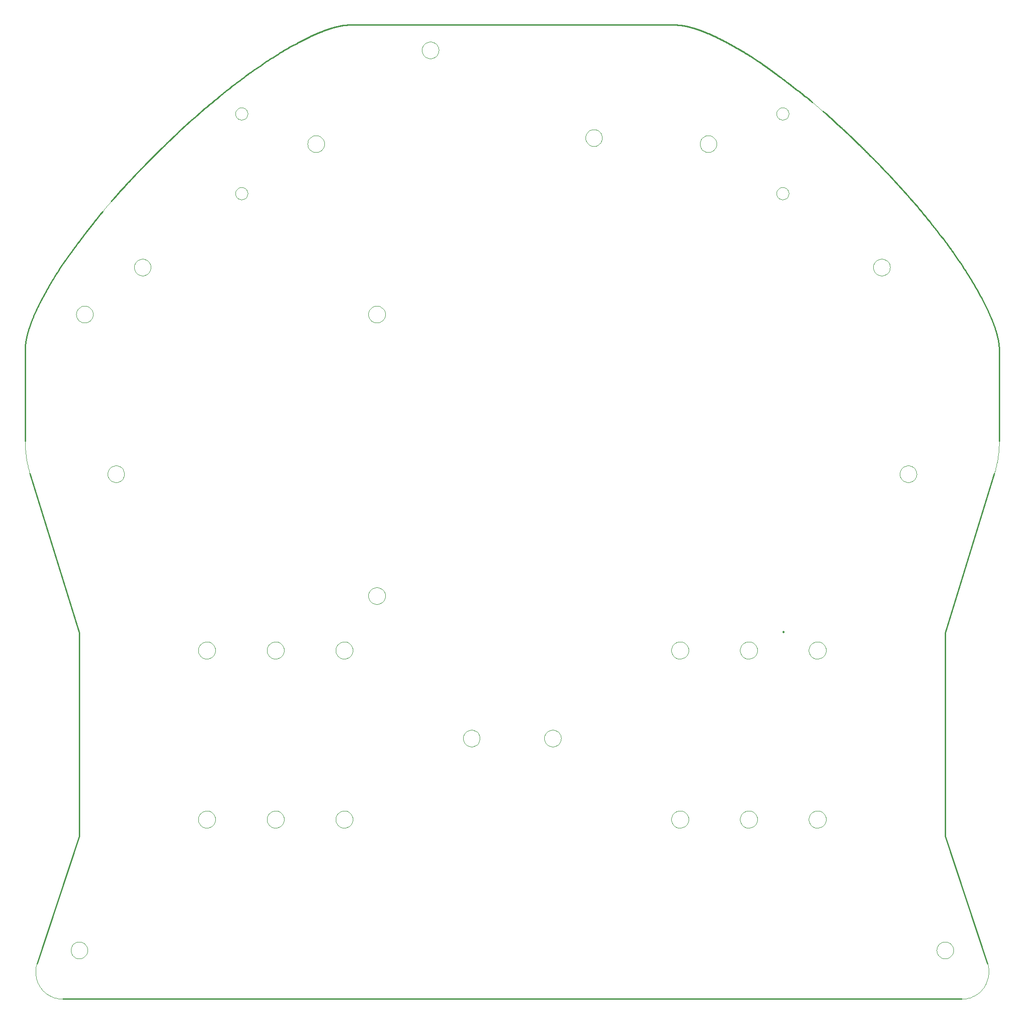
<source format=gm1>
G04*
G04 #@! TF.GenerationSoftware,Altium Limited,Altium Designer,18.0.7 (293)*
G04*
G04 Layer_Color=16711935*
%FSLAX25Y25*%
%MOIN*%
G70*
G01*
G75*
%ADD10C,0.00945*%
%ADD11C,0.01000*%
%ADD13C,0.00050*%
D10*
X552276Y396126D02*
X551567Y396535D01*
Y395717D01*
X552276Y396126D01*
X551567Y396535D01*
Y395717D01*
X552276Y396126D01*
D11*
X25Y534615D02*
Y601441D01*
X3550Y511320D02*
X39395Y395580D01*
Y247548D02*
Y395580D01*
X8623Y154889D02*
X39395Y247548D01*
X27305Y129000D02*
X681407D01*
X669316Y247548D02*
X700089Y154889D01*
X669316Y247548D02*
Y395580D01*
X705162Y511320D01*
X708686Y534615D02*
Y601441D01*
X708682Y601920D02*
X708686Y601441D01*
X708677Y602161D02*
X708682Y601920D01*
X708670Y602404D02*
X708677Y602161D01*
X708661Y602649D02*
X708670Y602404D01*
X708649Y602895D02*
X708661Y602649D01*
X708636Y603142D02*
X708649Y602895D01*
X708621Y603391D02*
X708636Y603142D01*
X708603Y603641D02*
X708621Y603391D01*
X708584Y603892D02*
X708603Y603641D01*
X708563Y604145D02*
X708584Y603892D01*
X708539Y604399D02*
X708563Y604145D01*
X708514Y604654D02*
X708539Y604399D01*
X708487Y604911D02*
X708514Y604654D01*
X708458Y605169D02*
X708487Y604911D01*
X708427Y605429D02*
X708458Y605169D01*
X708394Y605689D02*
X708427Y605429D01*
X708359Y605951D02*
X708394Y605689D01*
X708322Y606214D02*
X708359Y605951D01*
X708283Y606479D02*
X708322Y606214D01*
X708243Y606745D02*
X708283Y606479D01*
X708200Y607012D02*
X708243Y606745D01*
X708156Y607280D02*
X708200Y607012D01*
X708110Y607549D02*
X708156Y607280D01*
X708062Y607820D02*
X708110Y607549D01*
X708012Y608092D02*
X708062Y607820D01*
X707961Y608364D02*
X708012Y608092D01*
X707907Y608639D02*
X707961Y608364D01*
X707852Y608914D02*
X707907Y608639D01*
X707795Y609190D02*
X707852Y608914D01*
X707736Y609468D02*
X707795Y609190D01*
X707676Y609747D02*
X707736Y609468D01*
X707614Y610026D02*
X707676Y609747D01*
X707550Y610307D02*
X707614Y610026D01*
X707484Y610589D02*
X707550Y610307D01*
X707417Y610872D02*
X707484Y610589D01*
X707347Y611157D02*
X707417Y610872D01*
X707277Y611442D02*
X707347Y611157D01*
X707204Y611728D02*
X707277Y611442D01*
X707130Y612015D02*
X707204Y611728D01*
X707054Y612304D02*
X707130Y612015D01*
X706977Y612593D02*
X707054Y612304D01*
X706897Y612883D02*
X706977Y612593D01*
X706817Y613175D02*
X706897Y612883D01*
X706734Y613467D02*
X706817Y613175D01*
X706650Y613760D02*
X706734Y613467D01*
X706565Y614055D02*
X706650Y613760D01*
X706477Y614350D02*
X706565Y614055D01*
X706389Y614646D02*
X706477Y614350D01*
X706298Y614943D02*
X706389Y614646D01*
X706206Y615241D02*
X706298Y614943D01*
X706113Y615540D02*
X706206Y615241D01*
X706018Y615840D02*
X706113Y615540D01*
X705921Y616140D02*
X706018Y615840D01*
X705823Y616442D02*
X705921Y616140D01*
X705724Y616744D02*
X705823Y616442D01*
X705623Y617047D02*
X705724Y616744D01*
X705520Y617352D02*
X705623Y617047D01*
X705416Y617656D02*
X705520Y617352D01*
X705311Y617962D02*
X705416Y617656D01*
X705204Y618269D02*
X705311Y617962D01*
X705095Y618576D02*
X705204Y618269D01*
X704985Y618884D02*
X705095Y618576D01*
X704874Y619193D02*
X704985Y618884D01*
X704762Y619503D02*
X704874Y619193D01*
X704648Y619813D02*
X704762Y619503D01*
X704532Y620124D02*
X704648Y619813D01*
X704415Y620436D02*
X704532Y620124D01*
X704297Y620748D02*
X704415Y620436D01*
X704177Y621062D02*
X704297Y620748D01*
X704057Y621376D02*
X704177Y621062D01*
X703934Y621690D02*
X704057Y621376D01*
X703811Y622006D02*
X703934Y621690D01*
X703686Y622322D02*
X703811Y622006D01*
X703560Y622638D02*
X703686Y622322D01*
X703432Y622956D02*
X703560Y622638D01*
X703303Y623273D02*
X703432Y622956D01*
X703173Y623592D02*
X703303Y623273D01*
X703042Y623911D02*
X703173Y623592D01*
X702909Y624231D02*
X703042Y623911D01*
X702776Y624551D02*
X702909Y624231D01*
X702641Y624872D02*
X702776Y624551D01*
X702504Y625193D02*
X702641Y624872D01*
X702367Y625515D02*
X702504Y625193D01*
X702228Y625838D02*
X702367Y625515D01*
X702088Y626161D02*
X702228Y625838D01*
X701947Y626485D02*
X702088Y626161D01*
X701805Y626809D02*
X701947Y626485D01*
X701662Y627133D02*
X701805Y626809D01*
X701517Y627458D02*
X701662Y627133D01*
X701371Y627784D02*
X701517Y627458D01*
X701225Y628110D02*
X701371Y627784D01*
X701077Y628436D02*
X701225Y628110D01*
X700928Y628763D02*
X701077Y628436D01*
X700778Y629091D02*
X700928Y628763D01*
X700626Y629418D02*
X700778Y629091D01*
X700474Y629746D02*
X700626Y629418D01*
X700321Y630075D02*
X700474Y629746D01*
X700166Y630404D02*
X700321Y630075D01*
X700011Y630733D02*
X700166Y630404D01*
X699854Y631063D02*
X700011Y630733D01*
X699697Y631393D02*
X699854Y631063D01*
X699538Y631723D02*
X699697Y631393D01*
X699379Y632054D02*
X699538Y631723D01*
X699218Y632385D02*
X699379Y632054D01*
X699057Y632716D02*
X699218Y632385D01*
X698894Y633048D02*
X699057Y632716D01*
X698731Y633380D02*
X698894Y633048D01*
X698567Y633712D02*
X698731Y633380D01*
X698401Y634044D02*
X698567Y633712D01*
X698235Y634377D02*
X698401Y634044D01*
X698068Y634710D02*
X698235Y634377D01*
X697900Y635043D02*
X698068Y634710D01*
X697731Y635377D02*
X697900Y635043D01*
X697561Y635710D02*
X697731Y635377D01*
X697390Y636044D02*
X697561Y635710D01*
X697219Y636378D02*
X697390Y636044D01*
X697046Y636712D02*
X697219Y636378D01*
X696873Y637047D02*
X697046Y636712D01*
X696699Y637381D02*
X696873Y637047D01*
X696524Y637716D02*
X696699Y637381D01*
X696348Y638050D02*
X696524Y637716D01*
X696172Y638385D02*
X696348Y638050D01*
X695994Y638720D02*
X696172Y638385D01*
X695637Y639391D02*
X695994Y638720D01*
X695277Y640061D02*
X695637Y639391D01*
X694914Y640732D02*
X695277Y640061D01*
X694548Y641403D02*
X694914Y640732D01*
X694180Y642074D02*
X694548Y641403D01*
X693808Y642745D02*
X694180Y642074D01*
X693434Y643415D02*
X693808Y642745D01*
X693058Y644086D02*
X693434Y643415D01*
X692679Y644756D02*
X693058Y644086D01*
X692298Y645426D02*
X692679Y644756D01*
X691914Y646095D02*
X692298Y645426D01*
X691528Y646764D02*
X691914Y646095D01*
X691140Y647432D02*
X691528Y646764D01*
X690750Y648100D02*
X691140Y647432D01*
X690358Y648766D02*
X690750Y648100D01*
X689965Y649432D02*
X690358Y648766D01*
X689569Y650096D02*
X689965Y649432D01*
X689172Y650760D02*
X689569Y650096D01*
X688773Y651422D02*
X689172Y650760D01*
X688373Y652083D02*
X688773Y651422D01*
X687971Y652743D02*
X688373Y652083D01*
X687568Y653401D02*
X687971Y652743D01*
X687163Y654058D02*
X687568Y653401D01*
X686758Y654713D02*
X687163Y654058D01*
X686147Y655692D02*
X686758Y654713D01*
X685535Y656667D02*
X686147Y655692D01*
X684920Y657637D02*
X685535Y656667D01*
X684304Y658603D02*
X684920Y657637D01*
X683687Y659564D02*
X684304Y658603D01*
X682862Y660836D02*
X683687Y659564D01*
X682035Y662099D02*
X682862Y660836D01*
X681002Y663661D02*
X682035Y662099D01*
X678938Y666729D02*
X681002Y663661D01*
X676072Y670879D02*
X678938Y666729D01*
X675060Y672315D02*
X676072Y670879D01*
X674256Y673444D02*
X675060Y672315D01*
X673657Y674280D02*
X674256Y673444D01*
X673061Y675106D02*
X673657Y674280D01*
X672469Y675920D02*
X673061Y675106D01*
X672077Y676458D02*
X672469Y675920D01*
X671687Y676990D02*
X672077Y676458D01*
X671299Y677518D02*
X671687Y676990D01*
X670912Y678040D02*
X671299Y677518D01*
X670720Y678300D02*
X670912Y678040D01*
X669363Y680119D02*
X670720Y678300D01*
X667993Y681939D02*
X669363Y680119D01*
X666610Y683759D02*
X667993Y681939D01*
X665213Y685579D02*
X666610Y683759D01*
X663803Y687400D02*
X665213Y685579D01*
X662379Y689221D02*
X663803Y687400D01*
X660941Y691042D02*
X662379Y689221D01*
X659490Y692863D02*
X660941Y691042D01*
X658026Y694685D02*
X659490Y692863D01*
X656548Y696507D02*
X658026Y694685D01*
X655057Y698329D02*
X656548Y696507D01*
X653552Y700152D02*
X655057Y698329D01*
X652034Y701975D02*
X653552Y700152D01*
X650502Y703798D02*
X652034Y701975D01*
X648957Y705621D02*
X650502Y703798D01*
X647399Y707444D02*
X648957Y705621D01*
X645827Y709268D02*
X647399Y707444D01*
X644241Y711092D02*
X645827Y709268D01*
X642642Y712916D02*
X644241Y711092D01*
X641030Y714741D02*
X642642Y712916D01*
X639404Y716565D02*
X641030Y714741D01*
X637765Y718390D02*
X639404Y716565D01*
X636113Y720215D02*
X637765Y718390D01*
X634447Y722040D02*
X636113Y720215D01*
X632768Y723866D02*
X634447Y722040D01*
X631075Y725692D02*
X632768Y723866D01*
X629369Y727517D02*
X631075Y725692D01*
X627650Y729343D02*
X629369Y727517D01*
X625917Y731170D02*
X627650Y729343D01*
X624171Y732996D02*
X625917Y731170D01*
X622411Y734822D02*
X624171Y732996D01*
X620638Y736649D02*
X622411Y734822D01*
X618852Y738476D02*
X620638Y736649D01*
X617052Y740303D02*
X618852Y738476D01*
X615239Y742130D02*
X617052Y740303D01*
X613936Y743435D02*
X615239Y742130D01*
X613676Y743695D02*
X613936Y743435D01*
X613416Y743955D02*
X613676Y743695D01*
X613156Y744214D02*
X613416Y743955D01*
X612897Y744472D02*
X613156Y744214D01*
X612638Y744730D02*
X612897Y744472D01*
X612380Y744988D02*
X612638Y744730D01*
X612122Y745245D02*
X612380Y744988D01*
X611864Y745501D02*
X612122Y745245D01*
X611606Y745757D02*
X611864Y745501D01*
X611349Y746012D02*
X611606Y745757D01*
X611093Y746267D02*
X611349Y746012D01*
X610836Y746521D02*
X611093Y746267D01*
X610580Y746774D02*
X610836Y746521D01*
X610325Y747028D02*
X610580Y746774D01*
X610069Y747280D02*
X610325Y747028D01*
X609814Y747532D02*
X610069Y747280D01*
X609560Y747784D02*
X609814Y747532D01*
X609305Y748035D02*
X609560Y747784D01*
X609051Y748286D02*
X609305Y748035D01*
X608797Y748536D02*
X609051Y748286D01*
X608544Y748785D02*
X608797Y748536D01*
X608291Y749034D02*
X608544Y748785D01*
X608038Y749283D02*
X608291Y749034D01*
X607786Y749531D02*
X608038Y749283D01*
X607533Y749779D02*
X607786Y749531D01*
X607281Y750026D02*
X607533Y749779D01*
X607030Y750273D02*
X607281Y750026D01*
X606778Y750519D02*
X607030Y750273D01*
X606276Y751010D02*
X606778Y750519D01*
X605775Y751499D02*
X606276Y751010D01*
X605275Y751986D02*
X605775Y751499D01*
X604776Y752472D02*
X605275Y751986D01*
X604278Y752956D02*
X604776Y752472D01*
X603780Y753438D02*
X604278Y752956D01*
X603284Y753918D02*
X603780Y753438D01*
X602788Y754397D02*
X603284Y753918D01*
X602293Y754874D02*
X602788Y754397D01*
X601799Y755350D02*
X602293Y754874D01*
X601306Y755823D02*
X601799Y755350D01*
X600813Y756296D02*
X601306Y755823D01*
X600320Y756767D02*
X600813Y756296D01*
X599829Y757236D02*
X600320Y756767D01*
X599338Y757704D02*
X599829Y757236D01*
X598847Y758170D02*
X599338Y757704D01*
X598357Y758635D02*
X598847Y758170D01*
X597867Y759099D02*
X598357Y758635D01*
X597377Y759561D02*
X597867Y759099D01*
X596888Y760022D02*
X597377Y759561D01*
X596399Y760481D02*
X596888Y760022D01*
X595911Y760940D02*
X596399Y760481D01*
X595422Y761397D02*
X595911Y760940D01*
X594934Y761853D02*
X595422Y761397D01*
X594446Y762307D02*
X594934Y761853D01*
X593958Y762761D02*
X594446Y762307D01*
X593470Y763213D02*
X593958Y762761D01*
X592738Y763890D02*
X593470Y763213D01*
X592006Y764564D02*
X592738Y763890D01*
X591274Y765236D02*
X592006Y764564D01*
X590542Y765905D02*
X591274Y765236D01*
X589809Y766573D02*
X590542Y765905D01*
X589076Y767239D02*
X589809Y766573D01*
X588341Y767902D02*
X589076Y767239D01*
X587361Y768785D02*
X588341Y767902D01*
X586379Y769664D02*
X587361Y768785D01*
X585395Y770540D02*
X586379Y769664D01*
X584161Y771632D02*
X585395Y770540D01*
X582674Y772938D02*
X584161Y771632D01*
X580431Y774889D02*
X582674Y772938D01*
X570956Y782866D02*
X572786Y781357D01*
X569636Y783944D02*
X570956Y782866D01*
X568304Y785025D02*
X569636Y783944D01*
X567231Y785890D02*
X568304Y785025D01*
X566150Y786758D02*
X567231Y785890D01*
X565060Y787627D02*
X566150Y786758D01*
X564237Y788280D02*
X565060Y787627D01*
X563410Y788934D02*
X564237Y788280D01*
X562577Y789590D02*
X563410Y788934D01*
X561739Y790247D02*
X562577Y789590D01*
X560896Y790905D02*
X561739Y790247D01*
X560047Y791565D02*
X560896Y790905D01*
X559193Y792227D02*
X560047Y791565D01*
X558332Y792891D02*
X559193Y792227D01*
X557467Y793556D02*
X558332Y792891D01*
X556886Y794001D02*
X557467Y793556D01*
X556303Y794447D02*
X556886Y794001D01*
X555717Y794893D02*
X556303Y794447D01*
X555128Y795341D02*
X555717Y794893D01*
X554537Y795789D02*
X555128Y795341D01*
X553942Y796239D02*
X554537Y795789D01*
X553345Y796690D02*
X553942Y796239D01*
X552745Y797141D02*
X553345Y796690D01*
X552142Y797594D02*
X552745Y797141D01*
X551535Y798048D02*
X552142Y797594D01*
X550926Y798503D02*
X551535Y798048D01*
X550314Y798960D02*
X550926Y798503D01*
X549699Y799417D02*
X550314Y798960D01*
X549080Y799876D02*
X549699Y799417D01*
X548771Y800105D02*
X549080Y799876D01*
X548465Y800332D02*
X548771Y800105D01*
X548161Y800557D02*
X548465Y800332D01*
X547860Y800780D02*
X548161Y800557D01*
X547561Y801002D02*
X547860Y800780D01*
X547265Y801222D02*
X547561Y801002D01*
X546970Y801440D02*
X547265Y801222D01*
X546678Y801656D02*
X546970Y801440D01*
X546388Y801871D02*
X546678Y801656D01*
X546100Y802084D02*
X546388Y801871D01*
X545815Y802295D02*
X546100Y802084D01*
X545531Y802505D02*
X545815Y802295D01*
X545249Y802713D02*
X545531Y802505D01*
X544969Y802920D02*
X545249Y802713D01*
X544691Y803125D02*
X544969Y802920D01*
X544415Y803329D02*
X544691Y803125D01*
X544140Y803531D02*
X544415Y803329D01*
X543867Y803732D02*
X544140Y803531D01*
X543596Y803932D02*
X543867Y803732D01*
X543326Y804130D02*
X543596Y803932D01*
X543058Y804327D02*
X543326Y804130D01*
X542791Y804523D02*
X543058Y804327D01*
X542526Y804718D02*
X542791Y804523D01*
X542262Y804911D02*
X542526Y804718D01*
X541999Y805103D02*
X542262Y804911D01*
X541738Y805294D02*
X541999Y805103D01*
X541478Y805484D02*
X541738Y805294D01*
X541219Y805673D02*
X541478Y805484D01*
X540960Y805860D02*
X541219Y805673D01*
X540703Y806047D02*
X540960Y805860D01*
X540447Y806233D02*
X540703Y806047D01*
X540192Y806417D02*
X540447Y806233D01*
X539938Y806601D02*
X540192Y806417D01*
X539685Y806784D02*
X539938Y806601D01*
X539432Y806966D02*
X539685Y806784D01*
X539180Y807147D02*
X539432Y806966D01*
X538928Y807327D02*
X539180Y807147D01*
X538678Y807507D02*
X538928Y807327D01*
X538427Y807686D02*
X538678Y807507D01*
X538178Y807864D02*
X538427Y807686D01*
X537928Y808041D02*
X538178Y807864D01*
X537679Y808217D02*
X537928Y808041D01*
X537431Y808393D02*
X537679Y808217D01*
X537182Y808569D02*
X537431Y808393D01*
X536934Y808744D02*
X537182Y808569D01*
X536686Y808918D02*
X536934Y808744D01*
X536438Y809091D02*
X536686Y808918D01*
X536190Y809265D02*
X536438Y809091D01*
X535942Y809437D02*
X536190Y809265D01*
X535695Y809610D02*
X535942Y809437D01*
X535446Y809782D02*
X535695Y809610D01*
X535198Y809953D02*
X535446Y809782D01*
X534950Y810124D02*
X535198Y809953D01*
X534701Y810295D02*
X534950Y810124D01*
X534452Y810466D02*
X534701Y810295D01*
X534203Y810636D02*
X534452Y810466D01*
X533953Y810806D02*
X534203Y810636D01*
X533451Y811146D02*
X533953Y810806D01*
X532947Y811485D02*
X533451Y811146D01*
X532441Y811824D02*
X532947Y811485D01*
X531417Y812502D02*
X532441Y811824D01*
X529584Y813694D02*
X531417Y812502D01*
X529048Y814037D02*
X529584Y813694D01*
X528506Y814382D02*
X529048Y814037D01*
X527958Y814728D02*
X528506Y814382D01*
X527402Y815076D02*
X527958Y814728D01*
X527122Y815251D02*
X527402Y815076D01*
X526839Y815427D02*
X527122Y815251D01*
X526555Y815603D02*
X526839Y815427D01*
X526269Y815780D02*
X526555Y815603D01*
X525980Y815957D02*
X526269Y815780D01*
X525690Y816135D02*
X525980Y815957D01*
X525397Y816314D02*
X525690Y816135D01*
X525102Y816494D02*
X525397Y816314D01*
X524805Y816674D02*
X525102Y816494D01*
X524505Y816856D02*
X524805Y816674D01*
X524203Y817038D02*
X524505Y816856D01*
X523898Y817221D02*
X524203Y817038D01*
X523591Y817405D02*
X523898Y817221D01*
X523282Y817590D02*
X523591Y817405D01*
X522970Y817776D02*
X523282Y817590D01*
X522655Y817963D02*
X522970Y817776D01*
X522337Y818151D02*
X522655Y817963D01*
X522017Y818340D02*
X522337Y818151D01*
X521694Y818530D02*
X522017Y818340D01*
X521368Y818721D02*
X521694Y818530D01*
X521039Y818914D02*
X521368Y818721D01*
X520707Y819108D02*
X521039Y818914D01*
X520372Y819302D02*
X520707Y819108D01*
X520034Y819499D02*
X520372Y819302D01*
X519692Y819696D02*
X520034Y819499D01*
X519348Y819895D02*
X519692Y819696D01*
X519000Y820095D02*
X519348Y819895D01*
X518649Y820296D02*
X519000Y820095D01*
X518294Y820499D02*
X518649Y820296D01*
X517937Y820703D02*
X518294Y820499D01*
X517575Y820909D02*
X517937Y820703D01*
X517210Y821116D02*
X517575Y820909D01*
X516842Y821325D02*
X517210Y821116D01*
X516469Y821535D02*
X516842Y821325D01*
X516094Y821747D02*
X516469Y821535D01*
X515714Y821961D02*
X516094Y821747D01*
X515330Y822176D02*
X515714Y821961D01*
X514943Y822393D02*
X515330Y822176D01*
X514552Y822611D02*
X514943Y822393D01*
X514157Y822831D02*
X514552Y822611D01*
X513757Y823053D02*
X514157Y822831D01*
X513354Y823277D02*
X513757Y823053D01*
X512947Y823503D02*
X513354Y823277D01*
X512538Y823728D02*
X512947Y823503D01*
X512130Y823952D02*
X512538Y823728D01*
X511724Y824174D02*
X512130Y823952D01*
X511319Y824394D02*
X511724Y824174D01*
X510916Y824613D02*
X511319Y824394D01*
X510514Y824829D02*
X510916Y824613D01*
X510113Y825044D02*
X510514Y824829D01*
X509714Y825257D02*
X510113Y825044D01*
X509316Y825468D02*
X509714Y825257D01*
X508920Y825678D02*
X509316Y825468D01*
X508525Y825885D02*
X508920Y825678D01*
X508131Y826091D02*
X508525Y825885D01*
X507738Y826295D02*
X508131Y826091D01*
X507347Y826497D02*
X507738Y826295D01*
X506958Y826697D02*
X507347Y826497D01*
X506569Y826895D02*
X506958Y826697D01*
X506182Y827092D02*
X506569Y826895D01*
X505797Y827287D02*
X506182Y827092D01*
X505413Y827480D02*
X505797Y827287D01*
X505030Y827671D02*
X505413Y827480D01*
X504648Y827860D02*
X505030Y827671D01*
X504268Y828048D02*
X504648Y827860D01*
X503890Y828234D02*
X504268Y828048D01*
X503512Y828418D02*
X503890Y828234D01*
X503136Y828600D02*
X503512Y828418D01*
X502762Y828780D02*
X503136Y828600D01*
X502389Y828959D02*
X502762Y828780D01*
X502017Y829135D02*
X502389Y828959D01*
X501646Y829310D02*
X502017Y829135D01*
X501277Y829483D02*
X501646Y829310D01*
X500909Y829655D02*
X501277Y829483D01*
X500543Y829824D02*
X500909Y829655D01*
X500178Y829992D02*
X500543Y829824D01*
X499815Y830158D02*
X500178Y829992D01*
X499452Y830322D02*
X499815Y830158D01*
X499091Y830484D02*
X499452Y830322D01*
X498732Y830644D02*
X499091Y830484D01*
X498374Y830803D02*
X498732Y830644D01*
X498017Y830960D02*
X498374Y830803D01*
X497662Y831114D02*
X498017Y830960D01*
X497308Y831268D02*
X497662Y831114D01*
X496955Y831419D02*
X497308Y831268D01*
X496604Y831568D02*
X496955Y831419D01*
X496254Y831716D02*
X496604Y831568D01*
X495905Y831862D02*
X496254Y831716D01*
X495558Y832006D02*
X495905Y831862D01*
X495212Y832148D02*
X495558Y832006D01*
X494868Y832289D02*
X495212Y832148D01*
X494525Y832427D02*
X494868Y832289D01*
X494183Y832564D02*
X494525Y832427D01*
X493843Y832699D02*
X494183Y832564D01*
X493504Y832833D02*
X493843Y832699D01*
X493166Y832964D02*
X493504Y832833D01*
X492830Y833094D02*
X493166Y832964D01*
X492495Y833221D02*
X492830Y833094D01*
X492162Y833347D02*
X492495Y833221D01*
X491830Y833471D02*
X492162Y833347D01*
X491499Y833594D02*
X491830Y833471D01*
X491170Y833714D02*
X491499Y833594D01*
X490842Y833833D02*
X491170Y833714D01*
X490515Y833950D02*
X490842Y833833D01*
X490190Y834065D02*
X490515Y833950D01*
X489866Y834178D02*
X490190Y834065D01*
X489544Y834290D02*
X489866Y834178D01*
X489223Y834399D02*
X489544Y834290D01*
X488903Y834507D02*
X489223Y834399D01*
X488585Y834613D02*
X488903Y834507D01*
X488268Y834717D02*
X488585Y834613D01*
X487952Y834820D02*
X488268Y834717D01*
X487638Y834920D02*
X487952Y834820D01*
X487325Y835019D02*
X487638Y834920D01*
X487013Y835116D02*
X487325Y835019D01*
X486703Y835211D02*
X487013Y835116D01*
X486394Y835305D02*
X486703Y835211D01*
X486087Y835396D02*
X486394Y835305D01*
X485781Y835486D02*
X486087Y835396D01*
X485476Y835574D02*
X485781Y835486D01*
X485173Y835660D02*
X485476Y835574D01*
X484871Y835744D02*
X485173Y835660D01*
X484571Y835826D02*
X484871Y835744D01*
X484272Y835907D02*
X484571Y835826D01*
X483974Y835986D02*
X484272Y835907D01*
X483677Y836063D02*
X483974Y835986D01*
X483382Y836138D02*
X483677Y836063D01*
X483089Y836212D02*
X483382Y836138D01*
X482796Y836283D02*
X483089Y836212D01*
X482505Y836353D02*
X482796Y836283D01*
X482216Y836421D02*
X482505Y836353D01*
X481928Y836487D02*
X482216Y836421D01*
X481641Y836551D02*
X481928Y836487D01*
X481355Y836614D02*
X481641Y836551D01*
X481071Y836675D02*
X481355Y836614D01*
X480789Y836734D02*
X481071Y836675D01*
X480507Y836791D02*
X480789Y836734D01*
X480227Y836846D02*
X480507Y836791D01*
X479949Y836899D02*
X480227Y836846D01*
X479671Y836951D02*
X479949Y836899D01*
X479396Y837001D02*
X479671Y836951D01*
X479121Y837049D02*
X479396Y837001D01*
X478848Y837095D02*
X479121Y837049D01*
X478576Y837139D02*
X478848Y837095D01*
X478306Y837182D02*
X478576Y837139D01*
X478037Y837223D02*
X478306Y837182D01*
X477769Y837262D02*
X478037Y837223D01*
X477503Y837299D02*
X477769Y837262D01*
X477238Y837334D02*
X477503Y837299D01*
X476975Y837368D02*
X477238Y837334D01*
X476712Y837400D02*
X476975Y837368D01*
X476452Y837429D02*
X476712Y837400D01*
X476192Y837458D02*
X476452Y837429D01*
X475934Y837484D02*
X476192Y837458D01*
X475678Y837508D02*
X475934Y837484D01*
X475422Y837531D02*
X475678Y837508D01*
X475168Y837552D02*
X475422Y837531D01*
X474916Y837571D02*
X475168Y837552D01*
X474665Y837588D02*
X474916Y837571D01*
X474415Y837603D02*
X474665Y837588D01*
X474167Y837617D02*
X474415Y837603D01*
X473919Y837629D02*
X474167Y837617D01*
X473674Y837639D02*
X473919Y837629D01*
X473429Y837647D02*
X473674Y837639D01*
X473187Y837653D02*
X473429Y837647D01*
X472945Y837658D02*
X473187Y837653D01*
X472705Y837661D02*
X472945Y837658D01*
X472466Y837661D02*
X472705Y837661D01*
X236245Y837661D02*
X472466D01*
X235767Y837657D02*
X236245Y837661D01*
X235525Y837652D02*
X235767Y837657D01*
X235282Y837645D02*
X235525Y837652D01*
X235038Y837636D02*
X235282Y837645D01*
X234792Y837624D02*
X235038Y837636D01*
X234544Y837611D02*
X234792Y837624D01*
X234296Y837596D02*
X234544Y837611D01*
X234046Y837578D02*
X234296Y837596D01*
X233794Y837559D02*
X234046Y837578D01*
X233542Y837538D02*
X233794Y837559D01*
X233287Y837514D02*
X233542Y837538D01*
X233032Y837489D02*
X233287Y837514D01*
X232775Y837462D02*
X233032Y837489D01*
X232517Y837433D02*
X232775Y837462D01*
X232258Y837402D02*
X232517Y837433D01*
X231997Y837369D02*
X232258Y837402D01*
X231735Y837334D02*
X231997Y837369D01*
X231472Y837297D02*
X231735Y837334D01*
X231208Y837258D02*
X231472Y837297D01*
X230942Y837218D02*
X231208Y837258D01*
X230675Y837175D02*
X230942Y837218D01*
X230407Y837131D02*
X230675Y837175D01*
X230137Y837085D02*
X230407Y837131D01*
X229867Y837037D02*
X230137Y837085D01*
X229595Y836987D02*
X229867Y837037D01*
X229322Y836936D02*
X229595Y836987D01*
X229048Y836882D02*
X229322Y836936D01*
X228773Y836827D02*
X229048Y836882D01*
X228496Y836770D02*
X228773Y836827D01*
X228219Y836711D02*
X228496Y836770D01*
X227940Y836651D02*
X228219Y836711D01*
X227660Y836589D02*
X227940Y836651D01*
X227379Y836525D02*
X227660Y836589D01*
X227097Y836459D02*
X227379Y836525D01*
X226814Y836392D02*
X227097Y836459D01*
X226530Y836322D02*
X226814Y836392D01*
X226245Y836252D02*
X226530Y836322D01*
X225958Y836179D02*
X226245Y836252D01*
X225671Y836105D02*
X225958Y836179D01*
X225383Y836029D02*
X225671Y836105D01*
X225093Y835952D02*
X225383Y836029D01*
X224803Y835872D02*
X225093Y835952D01*
X224512Y835792D02*
X224803Y835872D01*
X224219Y835709D02*
X224512Y835792D01*
X223926Y835625D02*
X224219Y835709D01*
X223632Y835540D02*
X223926Y835625D01*
X223337Y835452D02*
X223632Y835540D01*
X223040Y835364D02*
X223337Y835452D01*
X222743Y835273D02*
X223040Y835364D01*
X222445Y835181D02*
X222743Y835273D01*
X222147Y835088D02*
X222445Y835181D01*
X221847Y834993D02*
X222147Y835088D01*
X221546Y834896D02*
X221847Y834993D01*
X221245Y834798D02*
X221546Y834896D01*
X220942Y834699D02*
X221245Y834798D01*
X220639Y834598D02*
X220942Y834699D01*
X220335Y834495D02*
X220639Y834598D01*
X220030Y834391D02*
X220335Y834495D01*
X219724Y834286D02*
X220030Y834391D01*
X219418Y834179D02*
X219724Y834286D01*
X219110Y834070D02*
X219418Y834179D01*
X218802Y833960D02*
X219110Y834070D01*
X218493Y833849D02*
X218802Y833960D01*
X218184Y833737D02*
X218493Y833849D01*
X217873Y833623D02*
X218184Y833737D01*
X217562Y833507D02*
X217873Y833623D01*
X217251Y833390D02*
X217562Y833507D01*
X216938Y833272D02*
X217251Y833390D01*
X216625Y833152D02*
X216938Y833272D01*
X216311Y833032D02*
X216625Y833152D01*
X215996Y832909D02*
X216311Y833032D01*
X215681Y832786D02*
X215996Y832909D01*
X215365Y832661D02*
X215681Y832786D01*
X215048Y832535D02*
X215365Y832661D01*
X214731Y832407D02*
X215048Y832535D01*
X214413Y832278D02*
X214731Y832407D01*
X214094Y832148D02*
X214413Y832278D01*
X213775Y832017D02*
X214094Y832148D01*
X213456Y831884D02*
X213775Y832017D01*
X213135Y831751D02*
X213456Y831884D01*
X212814Y831616D02*
X213135Y831751D01*
X212493Y831479D02*
X212814Y831616D01*
X212171Y831342D02*
X212493Y831479D01*
X211848Y831203D02*
X212171Y831342D01*
X211525Y831063D02*
X211848Y831203D01*
X211202Y830922D02*
X211525Y831063D01*
X210878Y830780D02*
X211202Y830922D01*
X210553Y830637D02*
X210878Y830780D01*
X210228Y830492D02*
X210553Y830637D01*
X209903Y830346D02*
X210228Y830492D01*
X209577Y830200D02*
X209903Y830346D01*
X209250Y830052D02*
X209577Y830200D01*
X208923Y829903D02*
X209250Y830052D01*
X208596Y829753D02*
X208923Y829903D01*
X208268Y829601D02*
X208596Y829753D01*
X207940Y829449D02*
X208268Y829601D01*
X207611Y829296D02*
X207940Y829449D01*
X207283Y829141D02*
X207611Y829296D01*
X206953Y828986D02*
X207283Y829141D01*
X206624Y828829D02*
X206953Y828986D01*
X206294Y828672D02*
X206624Y828829D01*
X205963Y828513D02*
X206294Y828672D01*
X205632Y828354D02*
X205963Y828513D01*
X205301Y828193D02*
X205632Y828354D01*
X204970Y828032D02*
X205301Y828193D01*
X204638Y827869D02*
X204970Y828032D01*
X204307Y827706D02*
X204638Y827869D01*
X203974Y827542D02*
X204307Y827706D01*
X203642Y827376D02*
X203974Y827542D01*
X203309Y827210D02*
X203642Y827376D01*
X202976Y827043D02*
X203309Y827210D01*
X202643Y826875D02*
X202976Y827043D01*
X202310Y826706D02*
X202643Y826875D01*
X201976Y826536D02*
X202310Y826706D01*
X201642Y826365D02*
X201976Y826536D01*
X201308Y826194D02*
X201642Y826365D01*
X200974Y826021D02*
X201308Y826194D01*
X200640Y825848D02*
X200974Y826021D01*
X200305Y825674D02*
X200640Y825848D01*
X199971Y825499D02*
X200305Y825674D01*
X199636Y825323D02*
X199971Y825499D01*
X199301Y825147D02*
X199636Y825323D01*
X198966Y824969D02*
X199301Y825147D01*
X198296Y824612D02*
X198966Y824969D01*
X197625Y824252D02*
X198296Y824612D01*
X196955Y823889D02*
X197625Y824252D01*
X196284Y823523D02*
X196955Y823889D01*
X195613Y823155D02*
X196284Y823523D01*
X194942Y822783D02*
X195613Y823155D01*
X194271Y822409D02*
X194942Y822783D01*
X193600Y822033D02*
X194271Y822409D01*
X192930Y821654D02*
X193600Y822033D01*
X192260Y821273D02*
X192930Y821654D01*
X191591Y820889D02*
X192260Y821273D01*
X190922Y820503D02*
X191591Y820889D01*
X190254Y820115D02*
X190922Y820503D01*
X189587Y819725D02*
X190254Y820115D01*
X188920Y819333D02*
X189587Y819725D01*
X188255Y818940D02*
X188920Y819333D01*
X187590Y818544D02*
X188255Y818940D01*
X186927Y818147D02*
X187590Y818544D01*
X186264Y817748D02*
X186927Y818147D01*
X185603Y817348D02*
X186264Y817748D01*
X184944Y816946D02*
X185603Y817348D01*
X184286Y816543D02*
X184944Y816946D01*
X183629Y816138D02*
X184286Y816543D01*
X182974Y815733D02*
X183629Y816138D01*
X181995Y815122D02*
X182974Y815733D01*
X181020Y814510D02*
X181995Y815122D01*
X180049Y813895D02*
X181020Y814510D01*
X179083Y813279D02*
X180049Y813895D01*
X178123Y812662D02*
X179083Y813279D01*
X176850Y811837D02*
X178123Y812662D01*
X175588Y811010D02*
X176850Y811837D01*
X174025Y809977D02*
X175588Y811010D01*
X170957Y807913D02*
X174025Y809977D01*
X166808Y805047D02*
X170957Y807913D01*
X165372Y804035D02*
X166808Y805047D01*
X164242Y803231D02*
X165372Y804035D01*
X163406Y802632D02*
X164242Y803231D01*
X162581Y802036D02*
X163406Y802632D01*
X161766Y801444D02*
X162581Y802036D01*
X161229Y801052D02*
X161766Y801444D01*
X160696Y800662D02*
X161229Y801052D01*
X160169Y800274D02*
X160696Y800662D01*
X159646Y799887D02*
X160169Y800274D01*
X157827Y798533D02*
X159646Y799887D01*
X156007Y797165D02*
X157827Y798533D01*
X154187Y795783D02*
X156007Y797165D01*
X152367Y794388D02*
X154187Y795783D01*
X150547Y792980D02*
X152367Y794388D01*
X148726Y791558D02*
X150547Y792980D01*
X146905Y790122D02*
X148726Y791558D01*
X145083Y788673D02*
X146905Y790122D01*
X143262Y787211D02*
X145083Y788673D01*
X141440Y785735D02*
X143262Y787211D01*
X139617Y784246D02*
X141440Y785735D01*
X137795Y782743D02*
X139617Y784246D01*
X135972Y781227D02*
X137795Y782743D01*
X134149Y779697D02*
X135972Y781227D01*
X132326Y778154D02*
X134149Y779697D01*
X130503Y776597D02*
X132326Y778154D01*
X128679Y775027D02*
X130503Y776597D01*
X126855Y773444D02*
X128679Y775027D01*
X125031Y771847D02*
X126855Y773444D01*
X123206Y770236D02*
X125031Y771847D01*
X121382Y768613D02*
X123206Y770236D01*
X119557Y766975D02*
X121382Y768613D01*
X117732Y765325D02*
X119557Y766975D01*
X115907Y763661D02*
X117732Y765325D01*
X114081Y761983D02*
X115907Y763661D01*
X112256Y760293D02*
X114081Y761983D01*
X110430Y758589D02*
X112256Y760293D01*
X108604Y756871D02*
X110430Y758589D01*
X106778Y755140D02*
X108604Y756871D01*
X104951Y753396D02*
X106778Y755140D01*
X103125Y751638D02*
X104951Y753396D01*
X101298Y749867D02*
X103125Y751638D01*
X99472Y748083D02*
X101298Y749867D01*
X97645Y746285D02*
X99472Y748083D01*
X95817Y744474D02*
X97645Y746285D01*
X94512Y743172D02*
X95817Y744474D01*
X94251Y742911D02*
X94512Y743172D01*
X93991Y742651D02*
X94251Y742911D01*
X93732Y742391D02*
X93991Y742651D01*
X93473Y742131D02*
X93732Y742391D01*
X93214Y741872D02*
X93473Y742131D01*
X92956Y741613D02*
X93214Y741872D01*
X92699Y741355D02*
X92956Y741613D01*
X92442Y741097D02*
X92699Y741355D01*
X92186Y740839D02*
X92442Y741097D01*
X91930Y740581D02*
X92186Y740839D01*
X91675Y740324D02*
X91930Y740581D01*
X91420Y740068D02*
X91675Y740324D01*
X91166Y739811D02*
X91420Y740068D01*
X90912Y739555D02*
X91166Y739811D01*
X90659Y739300D02*
X90912Y739555D01*
X90406Y739044D02*
X90659Y739300D01*
X90154Y738789D02*
X90406Y739044D01*
X89903Y738535D02*
X90154Y738789D01*
X89651Y738280D02*
X89903Y738535D01*
X89401Y738026D02*
X89651Y738280D01*
X89151Y737772D02*
X89401Y738026D01*
X88901Y737519D02*
X89151Y737772D01*
X88652Y737266D02*
X88901Y737519D01*
X88403Y737013D02*
X88652Y737266D01*
X88155Y736761D02*
X88403Y737013D01*
X87908Y736508D02*
X88155Y736761D01*
X87661Y736256D02*
X87908Y736508D01*
X87414Y736005D02*
X87661Y736256D01*
X87168Y735753D02*
X87414Y736005D01*
X86677Y735251D02*
X87168Y735753D01*
X86187Y734750D02*
X86677Y735251D01*
X85700Y734250D02*
X86187Y734750D01*
X85215Y733751D02*
X85700Y734250D01*
X84731Y733253D02*
X85215Y733751D01*
X84249Y732755D02*
X84731Y733253D01*
X83768Y732259D02*
X84249Y732755D01*
X83289Y731763D02*
X83768Y732259D01*
X82812Y731268D02*
X83289Y731763D01*
X82337Y730774D02*
X82812Y731268D01*
X81863Y730281D02*
X82337Y730774D01*
X81391Y729788D02*
X81863Y730281D01*
X80920Y729295D02*
X81391Y729788D01*
X80451Y728804D02*
X80920Y729295D01*
X79983Y728313D02*
X80451Y728804D01*
X79516Y727822D02*
X79983Y728313D01*
X79051Y727332D02*
X79516Y727822D01*
X78588Y726842D02*
X79051Y727332D01*
X78126Y726352D02*
X78588Y726842D01*
X77665Y725863D02*
X78126Y726352D01*
X77205Y725374D02*
X77665Y725863D01*
X76747Y724886D02*
X77205Y725374D01*
X76290Y724397D02*
X76747Y724886D01*
X75834Y723909D02*
X76290Y724397D01*
X75379Y723421D02*
X75834Y723909D01*
X74926Y722933D02*
X75379Y723421D01*
X74473Y722445D02*
X74926Y722933D01*
X73797Y721713D02*
X74473Y722445D01*
X73123Y720981D02*
X73797Y721713D01*
X72451Y720249D02*
X73123Y720981D01*
X71781Y719517D02*
X72451Y720249D01*
X71113Y718784D02*
X71781Y719517D01*
X70448Y718051D02*
X71113Y718784D01*
X69784Y717316D02*
X70448Y718051D01*
X68902Y716336D02*
X69784Y717316D01*
X68023Y715354D02*
X68902Y716336D01*
X67146Y714370D02*
X68023Y715354D01*
X66054Y713136D02*
X67146Y714370D01*
X64748Y711649D02*
X66054Y713136D01*
X62797Y709406D02*
X64748Y711649D01*
X54821Y699931D02*
X56329Y701761D01*
X53742Y698611D02*
X54821Y699931D01*
X52662Y697279D02*
X53742Y698611D01*
X51796Y696206D02*
X52662Y697279D01*
X50929Y695125D02*
X51796Y696206D01*
X50060Y694035D02*
X50929Y695125D01*
X49407Y693212D02*
X50060Y694035D01*
X48752Y692385D02*
X49407Y693212D01*
X48097Y691552D02*
X48752Y692385D01*
X47440Y690714D02*
X48097Y691552D01*
X46781Y689871D02*
X47440Y690714D01*
X46121Y689022D02*
X46781Y689871D01*
X45459Y688168D02*
X46121Y689022D01*
X44796Y687307D02*
X45459Y688168D01*
X44130Y686442D02*
X44796Y687307D01*
X43686Y685861D02*
X44130Y686442D01*
X43240Y685278D02*
X43686Y685861D01*
X42793Y684692D02*
X43240Y685278D01*
X42346Y684103D02*
X42793Y684692D01*
X41897Y683512D02*
X42346Y684103D01*
X41447Y682917D02*
X41897Y683512D01*
X40997Y682320D02*
X41447Y682917D01*
X40545Y681720D02*
X40997Y682320D01*
X40092Y681117D02*
X40545Y681720D01*
X39638Y680510D02*
X40092Y681117D01*
X39183Y679901D02*
X39638Y680510D01*
X38727Y679289D02*
X39183Y679901D01*
X38269Y678674D02*
X38727Y679289D01*
X37810Y678055D02*
X38269Y678674D01*
X37581Y677746D02*
X37810Y678055D01*
X37354Y677440D02*
X37581Y677746D01*
X37129Y677136D02*
X37354Y677440D01*
X36906Y676835D02*
X37129Y677136D01*
X36685Y676536D02*
X36906Y676835D01*
X36465Y676240D02*
X36685Y676536D01*
X36247Y675945D02*
X36465Y676240D01*
X36031Y675653D02*
X36247Y675945D01*
X35816Y675363D02*
X36031Y675653D01*
X35603Y675075D02*
X35816Y675363D01*
X35391Y674790D02*
X35603Y675075D01*
X35182Y674506D02*
X35391Y674790D01*
X34973Y674224D02*
X35182Y674506D01*
X34767Y673944D02*
X34973Y674224D01*
X34561Y673666D02*
X34767Y673944D01*
X34357Y673390D02*
X34561Y673666D01*
X34155Y673115D02*
X34357Y673390D01*
X33954Y672842D02*
X34155Y673115D01*
X33754Y672571D02*
X33954Y672842D01*
X33556Y672301D02*
X33754Y672571D01*
X33359Y672033D02*
X33556Y672301D01*
X33163Y671766D02*
X33359Y672033D01*
X32969Y671501D02*
X33163Y671766D01*
X32775Y671237D02*
X32969Y671501D01*
X32583Y670974D02*
X32775Y671237D01*
X32392Y670713D02*
X32583Y670974D01*
X32202Y670453D02*
X32392Y670713D01*
X32014Y670194D02*
X32202Y670453D01*
X31826Y669935D02*
X32014Y670194D01*
X31639Y669678D02*
X31826Y669935D01*
X31454Y669422D02*
X31639Y669678D01*
X31269Y669167D02*
X31454Y669422D01*
X31085Y668913D02*
X31269Y669167D01*
X30902Y668660D02*
X31085Y668913D01*
X30720Y668407D02*
X30902Y668660D01*
X30539Y668155D02*
X30720Y668407D01*
X30359Y667903D02*
X30539Y668155D01*
X30180Y667653D02*
X30359Y667903D01*
X30001Y667402D02*
X30180Y667653D01*
X29823Y667153D02*
X30001Y667402D01*
X29646Y666903D02*
X29823Y667153D01*
X29469Y666654D02*
X29646Y666903D01*
X29293Y666406D02*
X29469Y666654D01*
X29118Y666157D02*
X29293Y666406D01*
X28943Y665909D02*
X29118Y666157D01*
X28769Y665661D02*
X28943Y665909D01*
X28595Y665413D02*
X28769Y665661D01*
X28422Y665165D02*
X28595Y665413D01*
X28249Y664917D02*
X28422Y665165D01*
X28077Y664670D02*
X28249Y664917D01*
X27905Y664421D02*
X28077Y664670D01*
X27733Y664173D02*
X27905Y664421D01*
X27562Y663925D02*
X27733Y664173D01*
X27391Y663676D02*
X27562Y663925D01*
X27220Y663427D02*
X27391Y663676D01*
X27050Y663178D02*
X27220Y663427D01*
X26880Y662928D02*
X27050Y663178D01*
X26540Y662426D02*
X26880Y662928D01*
X26201Y661922D02*
X26540Y662426D01*
X25862Y661416D02*
X26201Y661922D01*
X25184Y660392D02*
X25862Y661416D01*
X23992Y658559D02*
X25184Y660392D01*
X23649Y658023D02*
X23992Y658559D01*
X23305Y657481D02*
X23649Y658023D01*
X22959Y656933D02*
X23305Y657481D01*
X22610Y656377D02*
X22959Y656933D01*
X22435Y656097D02*
X22610Y656377D01*
X22260Y655814D02*
X22435Y656097D01*
X22084Y655530D02*
X22260Y655814D01*
X21907Y655244D02*
X22084Y655530D01*
X21729Y654955D02*
X21907Y655244D01*
X21551Y654665D02*
X21729Y654955D01*
X21372Y654372D02*
X21551Y654665D01*
X21193Y654077D02*
X21372Y654372D01*
X21012Y653780D02*
X21193Y654077D01*
X20831Y653480D02*
X21012Y653780D01*
X20648Y653178D02*
X20831Y653480D01*
X20465Y652873D02*
X20648Y653178D01*
X20281Y652566D02*
X20465Y652873D01*
X20096Y652257D02*
X20281Y652566D01*
X19910Y651945D02*
X20096Y652257D01*
X19723Y651630D02*
X19910Y651945D01*
X19535Y651312D02*
X19723Y651630D01*
X19346Y650992D02*
X19535Y651312D01*
X19156Y650669D02*
X19346Y650992D01*
X18965Y650343D02*
X19156Y650669D01*
X18772Y650014D02*
X18965Y650343D01*
X18579Y649682D02*
X18772Y650014D01*
X18384Y649347D02*
X18579Y649682D01*
X18188Y649009D02*
X18384Y649347D01*
X17990Y648667D02*
X18188Y649009D01*
X17792Y648323D02*
X17990Y648667D01*
X17592Y647975D02*
X17792Y648323D01*
X17390Y647624D02*
X17592Y647975D01*
X17187Y647269D02*
X17390Y647624D01*
X16983Y646911D02*
X17187Y647269D01*
X16777Y646550D02*
X16983Y646911D01*
X16570Y646185D02*
X16777Y646550D01*
X16361Y645817D02*
X16570Y646185D01*
X16151Y645444D02*
X16361Y645817D01*
X15939Y645069D02*
X16151Y645444D01*
X15726Y644689D02*
X15939Y645069D01*
X15511Y644305D02*
X15726Y644689D01*
X15294Y643918D02*
X15511Y644305D01*
X15075Y643527D02*
X15294Y643918D01*
X14855Y643132D02*
X15075Y643527D01*
X14633Y642732D02*
X14855Y643132D01*
X14409Y642329D02*
X14633Y642732D01*
X14184Y641922D02*
X14409Y642329D01*
X13958Y641513D02*
X14184Y641922D01*
X13734Y641105D02*
X13958Y641513D01*
X13512Y640699D02*
X13734Y641105D01*
X13292Y640294D02*
X13512Y640699D01*
X13074Y639891D02*
X13292Y640294D01*
X12857Y639489D02*
X13074Y639891D01*
X12642Y639088D02*
X12857Y639489D01*
X12429Y638689D02*
X12642Y639088D01*
X12218Y638291D02*
X12429Y638689D01*
X12009Y637895D02*
X12218Y638291D01*
X11801Y637500D02*
X12009Y637895D01*
X11596Y637106D02*
X11801Y637500D01*
X11392Y636713D02*
X11596Y637106D01*
X11190Y636322D02*
X11392Y636713D01*
X10989Y635933D02*
X11190Y636322D01*
X10791Y635544D02*
X10989Y635933D01*
X10594Y635157D02*
X10791Y635544D01*
X10400Y634772D02*
X10594Y635157D01*
X10207Y634388D02*
X10400Y634772D01*
X10015Y634005D02*
X10207Y634388D01*
X9826Y633623D02*
X10015Y634005D01*
X9638Y633243D02*
X9826Y633623D01*
X9453Y632865D02*
X9638Y633243D01*
X9269Y632487D02*
X9453Y632865D01*
X9087Y632111D02*
X9269Y632487D01*
X8906Y631737D02*
X9087Y632111D01*
X8728Y631364D02*
X8906Y631737D01*
X8551Y630992D02*
X8728Y631364D01*
X8376Y630621D02*
X8551Y630992D01*
X8203Y630252D02*
X8376Y630621D01*
X8032Y629884D02*
X8203Y630252D01*
X7862Y629518D02*
X8032Y629884D01*
X7695Y629153D02*
X7862Y629518D01*
X7529Y628790D02*
X7695Y629153D01*
X7365Y628427D02*
X7529Y628790D01*
X7203Y628066D02*
X7365Y628427D01*
X7042Y627707D02*
X7203Y628066D01*
X6884Y627349D02*
X7042Y627707D01*
X6727Y626992D02*
X6884Y627349D01*
X6572Y626637D02*
X6727Y626992D01*
X6419Y626283D02*
X6572Y626637D01*
X6267Y625930D02*
X6419Y626283D01*
X6118Y625579D02*
X6267Y625930D01*
X5970Y625229D02*
X6118Y625579D01*
X5824Y624880D02*
X5970Y625229D01*
X5680Y624533D02*
X5824Y624880D01*
X5538Y624187D02*
X5680Y624533D01*
X5398Y623843D02*
X5538Y624187D01*
X5259Y623500D02*
X5398Y623843D01*
X5122Y623158D02*
X5259Y623500D01*
X4987Y622818D02*
X5122Y623158D01*
X4854Y622479D02*
X4987Y622818D01*
X4722Y622141D02*
X4854Y622479D01*
X4593Y621805D02*
X4722Y622141D01*
X4465Y621470D02*
X4593Y621805D01*
X4339Y621137D02*
X4465Y621470D01*
X4215Y620805D02*
X4339Y621137D01*
X4093Y620474D02*
X4215Y620805D01*
X3972Y620145D02*
X4093Y620474D01*
X3853Y619817D02*
X3972Y620145D01*
X3737Y619490D02*
X3853Y619817D01*
X3622Y619165D02*
X3737Y619490D01*
X3508Y618841D02*
X3622Y619165D01*
X3397Y618519D02*
X3508Y618841D01*
X3287Y618198D02*
X3397Y618519D01*
X3179Y617878D02*
X3287Y618198D01*
X3073Y617560D02*
X3179Y617878D01*
X2969Y617243D02*
X3073Y617560D01*
X2867Y616927D02*
X2969Y617243D01*
X2766Y616613D02*
X2867Y616927D01*
X2667Y616300D02*
X2766Y616613D01*
X2570Y615988D02*
X2667Y616300D01*
X2475Y615678D02*
X2570Y615988D01*
X2382Y615369D02*
X2475Y615678D01*
X2290Y615062D02*
X2382Y615369D01*
X2201Y614756D02*
X2290Y615062D01*
X2113Y614451D02*
X2201Y614756D01*
X2027Y614148D02*
X2113Y614451D01*
X1942Y613846D02*
X2027Y614148D01*
X1860Y613546D02*
X1942Y613846D01*
X1779Y613247D02*
X1860Y613546D01*
X1700Y612949D02*
X1779Y613247D01*
X1623Y612652D02*
X1700Y612949D01*
X1548Y612357D02*
X1623Y612652D01*
X1475Y612064D02*
X1548Y612357D01*
X1403Y611771D02*
X1475Y612064D01*
X1333Y611480D02*
X1403Y611771D01*
X1266Y611191D02*
X1333Y611480D01*
X1199Y610903D02*
X1266Y611191D01*
X1135Y610616D02*
X1199Y610903D01*
X1073Y610330D02*
X1135Y610616D01*
X1012Y610046D02*
X1073Y610330D01*
X953Y609764D02*
X1012Y610046D01*
X896Y609482D02*
X953Y609764D01*
X841Y609202D02*
X896Y609482D01*
X787Y608924D02*
X841Y609202D01*
X735Y608646D02*
X787Y608924D01*
X686Y608371D02*
X735Y608646D01*
X638Y608096D02*
X686Y608371D01*
X591Y607823D02*
X638Y608096D01*
X547Y607551D02*
X591Y607823D01*
X504Y607281D02*
X547Y607551D01*
X464Y607012D02*
X504Y607281D01*
X425Y606744D02*
X464Y607012D01*
X387Y606478D02*
X425Y606744D01*
X352Y606213D02*
X387Y606478D01*
X319Y605950D02*
X352Y606213D01*
X287Y605687D02*
X319Y605950D01*
X257Y605427D02*
X287Y605687D01*
X229Y605167D02*
X257Y605427D01*
X203Y604909D02*
X229Y605167D01*
X178Y604653D02*
X203Y604909D01*
X155Y604397D02*
X178Y604653D01*
X135Y604143D02*
X155Y604397D01*
X116Y603891D02*
X135Y604143D01*
X98Y603640D02*
X116Y603891D01*
X83Y603390D02*
X98Y603640D01*
X69Y603142D02*
X83Y603390D01*
X58Y602894D02*
X69Y603142D01*
X48Y602649D02*
X58Y602894D01*
X40Y602404D02*
X48Y602649D01*
X33Y602162D02*
X40Y602404D01*
X29Y601920D02*
X33Y602162D01*
X26Y601680D02*
X29Y601920D01*
X25Y601441D02*
X26Y601680D01*
D13*
X72269Y510890D02*
X72186Y511894D01*
X71939Y512871D01*
X71534Y513794D01*
X70982Y514638D01*
X70300Y515379D01*
X69504Y515998D01*
X68618Y516478D01*
X67665Y516805D01*
X66671Y516971D01*
X65663D01*
X64669Y516805D01*
X63715Y516478D01*
X62829Y515998D01*
X62034Y515379D01*
X61351Y514638D01*
X60800Y513794D01*
X60395Y512871D01*
X60148Y511894D01*
X60064Y510890D01*
X60148Y509885D01*
X60395Y508908D01*
X60800Y507985D01*
X61351Y507142D01*
X62034Y506400D01*
X62829Y505781D01*
X63715Y505301D01*
X64669Y504974D01*
X65663Y504808D01*
X66671D01*
X67665Y504974D01*
X68618Y505301D01*
X69504Y505781D01*
X70300Y506400D01*
X70982Y507142D01*
X71534Y507985D01*
X71939Y508908D01*
X72186Y509885D01*
X72269Y510890D01*
X555706Y773051D02*
X555593Y774052D01*
X555261Y775004D01*
X554724Y775857D01*
X554012Y776569D01*
X553159Y777106D01*
X552207Y777438D01*
X551206Y777551D01*
X550205Y777438D01*
X549254Y777106D01*
X548400Y776569D01*
X547688Y775857D01*
X547152Y775004D01*
X546819Y774052D01*
X546706Y773051D01*
X546819Y772050D01*
X547152Y771099D01*
X547688Y770246D01*
X548400Y769533D01*
X549254Y768997D01*
X550205Y768664D01*
X551206Y768551D01*
X552208Y768664D01*
X553159Y768997D01*
X554012Y769533D01*
X554724Y770246D01*
X555261Y771099D01*
X555593Y772050D01*
X555706Y773051D01*
X330930Y318665D02*
X330847Y319670D01*
X330600Y320647D01*
X330195Y321570D01*
X329644Y322413D01*
X328961Y323155D01*
X328166Y323774D01*
X327279Y324254D01*
X326326Y324581D01*
X325332Y324747D01*
X324324D01*
X323330Y324581D01*
X322377Y324254D01*
X321491Y323774D01*
X320695Y323155D01*
X320012Y322413D01*
X319461Y321570D01*
X319056Y320647D01*
X318809Y319670D01*
X318726Y318665D01*
X318809Y317661D01*
X319056Y316684D01*
X319461Y315761D01*
X320012Y314917D01*
X320695Y314176D01*
X321491Y313557D01*
X322377Y313077D01*
X323330Y312750D01*
X324324Y312584D01*
X325332D01*
X326326Y312750D01*
X327279Y313077D01*
X328166Y313557D01*
X328961Y314176D01*
X329644Y314917D01*
X330195Y315761D01*
X330600Y316684D01*
X330847Y317661D01*
X330930Y318665D01*
X389986D02*
X389902Y319670D01*
X389655Y320647D01*
X389250Y321570D01*
X388699Y322413D01*
X388016Y323155D01*
X387221Y323774D01*
X386335Y324254D01*
X385381Y324581D01*
X384387Y324747D01*
X383379D01*
X382385Y324581D01*
X381432Y324254D01*
X380546Y323774D01*
X379750Y323155D01*
X379068Y322413D01*
X378516Y321570D01*
X378112Y320647D01*
X377864Y319670D01*
X377781Y318665D01*
X377864Y317661D01*
X378112Y316684D01*
X378516Y315761D01*
X379068Y314917D01*
X379750Y314176D01*
X380546Y313557D01*
X381432Y313077D01*
X382385Y312750D01*
X383379Y312584D01*
X384387D01*
X385381Y312750D01*
X386335Y313077D01*
X387221Y313557D01*
X388016Y314176D01*
X388699Y314917D01*
X389250Y315761D01*
X389655Y316684D01*
X389902Y317661D01*
X389986Y318665D01*
X91560Y661283D02*
X91477Y662288D01*
X91230Y663265D01*
X90825Y664188D01*
X90274Y665032D01*
X89591Y665773D01*
X88796Y666392D01*
X87909Y666872D01*
X86956Y667199D01*
X85962Y667365D01*
X84954D01*
X83960Y667199D01*
X83007Y666872D01*
X82120Y666392D01*
X81325Y665773D01*
X80642Y665032D01*
X80091Y664188D01*
X79686Y663265D01*
X79439Y662288D01*
X79356Y661283D01*
X79439Y660279D01*
X79686Y659302D01*
X80091Y658379D01*
X80642Y657535D01*
X81325Y656794D01*
X82120Y656175D01*
X83007Y655695D01*
X83960Y655368D01*
X84954Y655202D01*
X85962D01*
X86956Y655368D01*
X87909Y655695D01*
X88796Y656175D01*
X89591Y656794D01*
X90274Y657535D01*
X90825Y658379D01*
X91230Y659302D01*
X91477Y660279D01*
X91560Y661283D01*
X217741Y751047D02*
X217658Y752052D01*
X217411Y753029D01*
X217006Y753952D01*
X216455Y754795D01*
X215772Y755537D01*
X214977Y756156D01*
X214090Y756636D01*
X213137Y756963D01*
X212143Y757129D01*
X211135D01*
X210141Y756963D01*
X209188Y756636D01*
X208301Y756156D01*
X207506Y755537D01*
X206824Y754795D01*
X206272Y753952D01*
X205868Y753029D01*
X205620Y752052D01*
X205537Y751047D01*
X205620Y750043D01*
X205868Y749066D01*
X206272Y748143D01*
X206824Y747299D01*
X207506Y746558D01*
X208301Y745939D01*
X209188Y745459D01*
X210141Y745132D01*
X211135Y744966D01*
X212143D01*
X213137Y745132D01*
X214090Y745459D01*
X214977Y745939D01*
X215772Y746558D01*
X216455Y747299D01*
X217006Y748143D01*
X217411Y749066D01*
X217658Y750043D01*
X217741Y751047D01*
X503175D02*
X503091Y752052D01*
X502844Y753029D01*
X502439Y753952D01*
X501888Y754795D01*
X501205Y755537D01*
X500410Y756156D01*
X499523Y756636D01*
X498570Y756963D01*
X497576Y757129D01*
X496568D01*
X495574Y756963D01*
X494621Y756636D01*
X493735Y756156D01*
X492939Y755537D01*
X492257Y754795D01*
X491705Y753952D01*
X491300Y753029D01*
X491053Y752052D01*
X490970Y751047D01*
X491053Y750043D01*
X491300Y749066D01*
X491705Y748143D01*
X492257Y747299D01*
X492939Y746558D01*
X493735Y745939D01*
X494621Y745459D01*
X495574Y745132D01*
X496568Y744966D01*
X497576D01*
X498570Y745132D01*
X499523Y745459D01*
X500410Y745939D01*
X501205Y746558D01*
X501888Y747299D01*
X502439Y748143D01*
X502844Y749066D01*
X503091Y750043D01*
X503175Y751047D01*
X629356Y661283D02*
X629273Y662288D01*
X629025Y663265D01*
X628620Y664188D01*
X628069Y665032D01*
X627386Y665773D01*
X626591Y666392D01*
X625705Y666872D01*
X624751Y667199D01*
X623757Y667365D01*
X622749D01*
X621755Y667199D01*
X620802Y666872D01*
X619916Y666392D01*
X619120Y665773D01*
X618438Y665032D01*
X617886Y664188D01*
X617482Y663265D01*
X617234Y662288D01*
X617151Y661283D01*
X617234Y660279D01*
X617482Y659302D01*
X617886Y658379D01*
X618438Y657535D01*
X619120Y656794D01*
X619916Y656175D01*
X620802Y655695D01*
X621755Y655368D01*
X622749Y655202D01*
X623757D01*
X624751Y655368D01*
X625705Y655695D01*
X626591Y656175D01*
X627386Y656794D01*
X628069Y657535D01*
X628620Y658379D01*
X629025Y659302D01*
X629273Y660279D01*
X629356Y661283D01*
X555706Y715051D02*
X555593Y716052D01*
X555261Y717004D01*
X554724Y717857D01*
X554012Y718569D01*
X553159Y719106D01*
X552207Y719438D01*
X551206Y719551D01*
X550205Y719438D01*
X549254Y719106D01*
X548400Y718569D01*
X547688Y717857D01*
X547152Y717004D01*
X546819Y716052D01*
X546706Y715051D01*
X546819Y714050D01*
X547152Y713099D01*
X547688Y712246D01*
X548400Y711533D01*
X549254Y710997D01*
X550205Y710664D01*
X551206Y710551D01*
X552208Y710664D01*
X553159Y710997D01*
X554012Y711533D01*
X554724Y712246D01*
X555261Y713099D01*
X555593Y714050D01*
X555706Y715051D01*
X162005Y773051D02*
X161892Y774052D01*
X161560Y775004D01*
X161024Y775857D01*
X160311Y776569D01*
X159458Y777106D01*
X158507Y777438D01*
X157505Y777551D01*
X156504Y777438D01*
X155553Y777106D01*
X154700Y776569D01*
X153987Y775857D01*
X153451Y775004D01*
X153118Y774052D01*
X153005Y773051D01*
X153118Y772050D01*
X153451Y771099D01*
X153987Y770246D01*
X154700Y769533D01*
X155553Y768997D01*
X156504Y768664D01*
X157505Y768551D01*
X158507Y768664D01*
X159458Y768997D01*
X160311Y769533D01*
X161024Y770246D01*
X161560Y771099D01*
X161892Y772050D01*
X162005Y773051D01*
Y715051D02*
X161892Y716052D01*
X161560Y717004D01*
X161024Y717857D01*
X160311Y718569D01*
X159458Y719105D01*
X158507Y719438D01*
X157505Y719551D01*
X156504Y719438D01*
X155553Y719105D01*
X154700Y718569D01*
X153987Y717857D01*
X153451Y717004D01*
X153118Y716052D01*
X153005Y715051D01*
X153118Y714050D01*
X153451Y713099D01*
X153987Y712246D01*
X154700Y711533D01*
X155553Y710997D01*
X156504Y710664D01*
X157505Y710551D01*
X158507Y710664D01*
X159458Y710997D01*
X160311Y711533D01*
X161024Y712246D01*
X161560Y713099D01*
X161892Y714050D01*
X162005Y715051D01*
X648647Y510890D02*
X648564Y511894D01*
X648316Y512871D01*
X647912Y513794D01*
X647360Y514638D01*
X646678Y515379D01*
X645882Y515998D01*
X644996Y516478D01*
X644043Y516805D01*
X643049Y516971D01*
X642041D01*
X641047Y516805D01*
X640093Y516478D01*
X639207Y515998D01*
X638412Y515379D01*
X637729Y514638D01*
X637178Y513794D01*
X636773Y512871D01*
X636526Y511894D01*
X636442Y510890D01*
X636526Y509885D01*
X636773Y508908D01*
X637178Y507985D01*
X637729Y507142D01*
X638412Y506400D01*
X639207Y505781D01*
X640093Y505301D01*
X641047Y504974D01*
X642041Y504808D01*
X643049D01*
X644043Y504974D01*
X644996Y505301D01*
X645882Y505781D01*
X646678Y506400D01*
X647360Y507142D01*
X647912Y507985D01*
X648316Y508908D01*
X648564Y509885D01*
X648647Y510890D01*
X138509Y259610D02*
X138428Y260613D01*
X138188Y261589D01*
X137793Y262515D01*
X137256Y263365D01*
X136589Y264118D01*
X135810Y264754D01*
X134939Y265257D01*
X133998Y265614D01*
X133013Y265815D01*
X132008Y265855D01*
X131009Y265734D01*
X130043Y265454D01*
X129134Y265023D01*
X128306Y264452D01*
X127581Y263755D01*
X126977Y262951D01*
X126509Y262060D01*
X126191Y261106D01*
X126030Y260113D01*
Y259107D01*
X126191Y258115D01*
X126509Y257160D01*
X126977Y256270D01*
X127581Y255466D01*
X128306Y254769D01*
X129134Y254198D01*
X130043Y253766D01*
X131009Y253486D01*
X132008Y253365D01*
X133013Y253406D01*
X133998Y253607D01*
X134939Y253964D01*
X135810Y254467D01*
X136589Y255103D01*
X137256Y255856D01*
X137793Y256706D01*
X138188Y257631D01*
X138428Y258608D01*
X138509Y259610D01*
X238509Y382610D02*
X238428Y383613D01*
X238188Y384589D01*
X237793Y385515D01*
X237256Y386365D01*
X236589Y387118D01*
X235810Y387754D01*
X234939Y388257D01*
X233998Y388614D01*
X233013Y388815D01*
X232008Y388855D01*
X231009Y388734D01*
X230043Y388454D01*
X229134Y388023D01*
X228307Y387452D01*
X227581Y386755D01*
X226977Y385951D01*
X226509Y385060D01*
X226191Y384106D01*
X226029Y383113D01*
Y382107D01*
X226191Y381115D01*
X226509Y380160D01*
X226977Y379270D01*
X227581Y378466D01*
X228307Y377769D01*
X229134Y377198D01*
X230043Y376766D01*
X231009Y376486D01*
X232008Y376365D01*
X233013Y376406D01*
X233998Y376607D01*
X234939Y376964D01*
X235810Y377467D01*
X236589Y378103D01*
X237256Y378856D01*
X237793Y379706D01*
X238188Y380631D01*
X238428Y381608D01*
X238509Y382610D01*
X188509D02*
X188428Y383613D01*
X188188Y384589D01*
X187793Y385515D01*
X187256Y386365D01*
X186589Y387118D01*
X185810Y387754D01*
X184939Y388257D01*
X183998Y388614D01*
X183013Y388815D01*
X182008Y388855D01*
X181009Y388734D01*
X180043Y388454D01*
X179134Y388023D01*
X178306Y387452D01*
X177581Y386755D01*
X176977Y385951D01*
X176509Y385060D01*
X176191Y384106D01*
X176030Y383113D01*
Y382107D01*
X176191Y381115D01*
X176509Y380160D01*
X176977Y379270D01*
X177581Y378466D01*
X178306Y377769D01*
X179134Y377198D01*
X180043Y376766D01*
X181009Y376486D01*
X182008Y376365D01*
X183013Y376406D01*
X183998Y376607D01*
X184939Y376964D01*
X185810Y377467D01*
X186589Y378103D01*
X187256Y378856D01*
X187793Y379706D01*
X188188Y380631D01*
X188428Y381608D01*
X188509Y382610D01*
X138509D02*
X138428Y383613D01*
X138188Y384589D01*
X137793Y385515D01*
X137256Y386365D01*
X136589Y387118D01*
X135810Y387754D01*
X134939Y388257D01*
X133998Y388614D01*
X133013Y388815D01*
X132008Y388855D01*
X131009Y388734D01*
X130043Y388454D01*
X129134Y388023D01*
X128306Y387452D01*
X127581Y386755D01*
X126977Y385951D01*
X126509Y385060D01*
X126191Y384106D01*
X126030Y383113D01*
Y382107D01*
X126191Y381115D01*
X126509Y380160D01*
X126977Y379270D01*
X127581Y378466D01*
X128306Y377769D01*
X129134Y377198D01*
X130043Y376766D01*
X131009Y376486D01*
X132008Y376365D01*
X133013Y376406D01*
X133998Y376607D01*
X134939Y376964D01*
X135810Y377467D01*
X136589Y378103D01*
X137256Y378856D01*
X137793Y379706D01*
X138188Y380631D01*
X138428Y381608D01*
X138509Y382610D01*
X188509Y259610D02*
X188428Y260613D01*
X188188Y261589D01*
X187793Y262515D01*
X187256Y263365D01*
X186589Y264118D01*
X185810Y264754D01*
X184939Y265257D01*
X183998Y265614D01*
X183013Y265815D01*
X182008Y265855D01*
X181009Y265734D01*
X180043Y265454D01*
X179134Y265023D01*
X178306Y264452D01*
X177581Y263755D01*
X176977Y262951D01*
X176509Y262060D01*
X176191Y261106D01*
X176030Y260113D01*
Y259107D01*
X176191Y258115D01*
X176509Y257160D01*
X176977Y256270D01*
X177581Y255466D01*
X178306Y254769D01*
X179134Y254198D01*
X180043Y253766D01*
X181009Y253486D01*
X182008Y253365D01*
X183013Y253406D01*
X183998Y253607D01*
X184939Y253964D01*
X185810Y254467D01*
X186589Y255103D01*
X187256Y255856D01*
X187793Y256706D01*
X188188Y257631D01*
X188428Y258608D01*
X188509Y259610D01*
X238509D02*
X238428Y260613D01*
X238188Y261589D01*
X237793Y262515D01*
X237256Y263365D01*
X236589Y264118D01*
X235810Y264754D01*
X234939Y265257D01*
X233998Y265614D01*
X233013Y265815D01*
X232008Y265855D01*
X231009Y265734D01*
X230043Y265454D01*
X229134Y265023D01*
X228307Y264452D01*
X227581Y263755D01*
X226977Y262951D01*
X226509Y262060D01*
X226191Y261106D01*
X226029Y260113D01*
Y259107D01*
X226191Y258115D01*
X226509Y257160D01*
X226977Y256270D01*
X227581Y255466D01*
X228307Y254769D01*
X229134Y254198D01*
X230043Y253766D01*
X231009Y253486D01*
X232008Y253365D01*
X233013Y253406D01*
X233998Y253607D01*
X234939Y253964D01*
X235810Y254467D01*
X236589Y255103D01*
X237256Y255856D01*
X237793Y256706D01*
X238188Y257631D01*
X238428Y258608D01*
X238509Y259610D01*
X482702Y382610D02*
X482621Y383613D01*
X482380Y384589D01*
X481986Y385515D01*
X481449Y386365D01*
X480782Y387118D01*
X480003Y387754D01*
X479132Y388257D01*
X478191Y388614D01*
X477206Y388815D01*
X476200Y388855D01*
X475202Y388734D01*
X474236Y388454D01*
X473327Y388023D01*
X472499Y387452D01*
X471774Y386755D01*
X471170Y385951D01*
X470702Y385060D01*
X470384Y384106D01*
X470222Y383113D01*
Y382107D01*
X470384Y381115D01*
X470702Y380160D01*
X471170Y379270D01*
X471774Y378466D01*
X472499Y377769D01*
X473327Y377198D01*
X474236Y376766D01*
X475202Y376486D01*
X476200Y376365D01*
X477206Y376406D01*
X478191Y376607D01*
X479132Y376964D01*
X480003Y377467D01*
X480782Y378103D01*
X481449Y378856D01*
X481986Y379706D01*
X482380Y380631D01*
X482621Y381608D01*
X482702Y382610D01*
X532702D02*
X532621Y383613D01*
X532380Y384589D01*
X531986Y385515D01*
X531449Y386365D01*
X530782Y387118D01*
X530003Y387754D01*
X529132Y388257D01*
X528191Y388614D01*
X527206Y388815D01*
X526200Y388855D01*
X525202Y388734D01*
X524236Y388454D01*
X523327Y388023D01*
X522499Y387452D01*
X521774Y386755D01*
X521170Y385951D01*
X520702Y385060D01*
X520384Y384106D01*
X520222Y383113D01*
Y382107D01*
X520384Y381115D01*
X520702Y380160D01*
X521170Y379270D01*
X521774Y378466D01*
X522499Y377769D01*
X523327Y377198D01*
X524236Y376766D01*
X525202Y376486D01*
X526200Y376365D01*
X527206Y376406D01*
X528191Y376607D01*
X529132Y376964D01*
X530003Y377467D01*
X530782Y378103D01*
X531449Y378856D01*
X531986Y379706D01*
X532380Y380631D01*
X532621Y381608D01*
X532702Y382610D01*
X262033Y627032D02*
X261950Y628036D01*
X261702Y629013D01*
X261297Y629936D01*
X260746Y630780D01*
X260064Y631521D01*
X259268Y632140D01*
X258382Y632620D01*
X257429Y632947D01*
X256434Y633113D01*
X255427D01*
X254433Y632947D01*
X253479Y632620D01*
X252593Y632140D01*
X251798Y631521D01*
X251115Y630780D01*
X250564Y629936D01*
X250159Y629013D01*
X249911Y628036D01*
X249828Y627032D01*
X249911Y626027D01*
X250159Y625050D01*
X250564Y624127D01*
X251115Y623283D01*
X251798Y622542D01*
X252593Y621923D01*
X253479Y621443D01*
X254433Y621116D01*
X255427Y620950D01*
X256434D01*
X257429Y621116D01*
X258382Y621443D01*
X259268Y621923D01*
X260064Y622542D01*
X260746Y623283D01*
X261297Y624127D01*
X261702Y625050D01*
X261950Y626027D01*
X262033Y627032D01*
Y422307D02*
X261950Y423312D01*
X261702Y424289D01*
X261297Y425211D01*
X260746Y426055D01*
X260064Y426797D01*
X259268Y427416D01*
X258382Y427895D01*
X257429Y428223D01*
X256434Y428389D01*
X255427D01*
X254433Y428223D01*
X253479Y427895D01*
X252593Y427416D01*
X251798Y426797D01*
X251115Y426055D01*
X250564Y425211D01*
X250159Y424289D01*
X249911Y423312D01*
X249828Y422307D01*
X249911Y421303D01*
X250159Y420326D01*
X250564Y419403D01*
X251115Y418559D01*
X251798Y417817D01*
X252593Y417198D01*
X253479Y416719D01*
X254433Y416392D01*
X255427Y416226D01*
X256434D01*
X257429Y416392D01*
X258382Y416719D01*
X259268Y417198D01*
X260064Y417817D01*
X260746Y418559D01*
X261297Y419403D01*
X261702Y420326D01*
X261950Y421303D01*
X262033Y422307D01*
X675419Y164433D02*
X675336Y165437D01*
X675088Y166414D01*
X674683Y167338D01*
X674132Y168181D01*
X673449Y168923D01*
X672654Y169542D01*
X671768Y170021D01*
X670814Y170349D01*
X669820Y170515D01*
X668812D01*
X667818Y170349D01*
X666865Y170021D01*
X665979Y169542D01*
X665183Y168923D01*
X664501Y168181D01*
X663949Y167338D01*
X663545Y166414D01*
X663297Y165437D01*
X663214Y164433D01*
X663297Y163429D01*
X663545Y162452D01*
X663949Y161529D01*
X664501Y160685D01*
X665183Y159943D01*
X665979Y159324D01*
X666865Y158845D01*
X667818Y158517D01*
X668812Y158352D01*
X669820D01*
X670814Y158517D01*
X671768Y158845D01*
X672654Y159324D01*
X673449Y159943D01*
X674132Y160685D01*
X674683Y161529D01*
X675088Y162452D01*
X675336Y163429D01*
X675419Y164433D01*
X45497D02*
X45414Y165437D01*
X45167Y166414D01*
X44762Y167338D01*
X44211Y168181D01*
X43528Y168923D01*
X42733Y169542D01*
X41846Y170021D01*
X40893Y170349D01*
X39899Y170515D01*
X38891D01*
X37897Y170349D01*
X36944Y170021D01*
X36057Y169542D01*
X35262Y168923D01*
X34580Y168181D01*
X34028Y167338D01*
X33623Y166414D01*
X33376Y165437D01*
X33293Y164433D01*
X33376Y163429D01*
X33623Y162452D01*
X34028Y161529D01*
X34580Y160685D01*
X35262Y159943D01*
X36057Y159324D01*
X36944Y158845D01*
X37897Y158517D01*
X38891Y158352D01*
X39899D01*
X40893Y158517D01*
X41846Y158845D01*
X42733Y159324D01*
X43528Y159943D01*
X44211Y160685D01*
X44762Y161529D01*
X45167Y162452D01*
X45414Y163429D01*
X45497Y164433D01*
X419906Y755501D02*
X419823Y756505D01*
X419576Y757482D01*
X419171Y758405D01*
X418619Y759249D01*
X417937Y759991D01*
X417141Y760610D01*
X416255Y761089D01*
X415302Y761416D01*
X414308Y761582D01*
X413300D01*
X412306Y761416D01*
X411353Y761089D01*
X410466Y760610D01*
X409671Y759991D01*
X408988Y759249D01*
X408437Y758405D01*
X408032Y757482D01*
X407785Y756505D01*
X407701Y755501D01*
X407785Y754496D01*
X408032Y753519D01*
X408437Y752597D01*
X408988Y751753D01*
X409671Y751011D01*
X410466Y750392D01*
X411353Y749913D01*
X412306Y749585D01*
X413300Y749419D01*
X414308D01*
X415302Y749585D01*
X416255Y749913D01*
X417141Y750392D01*
X417937Y751011D01*
X418619Y751753D01*
X419171Y752597D01*
X419576Y753519D01*
X419823Y754496D01*
X419906Y755501D01*
X300990Y819280D02*
X300906Y820284D01*
X300659Y821261D01*
X300254Y822184D01*
X299703Y823028D01*
X299020Y823770D01*
X298225Y824389D01*
X297339Y824868D01*
X296385Y825196D01*
X295391Y825361D01*
X294383D01*
X293389Y825196D01*
X292436Y824868D01*
X291550Y824389D01*
X290754Y823770D01*
X290072Y823028D01*
X289521Y822184D01*
X289116Y821261D01*
X288868Y820284D01*
X288785Y819280D01*
X288868Y818276D01*
X289116Y817299D01*
X289521Y816376D01*
X290072Y815532D01*
X290754Y814790D01*
X291550Y814171D01*
X292436Y813692D01*
X293389Y813364D01*
X294383Y813198D01*
X295391D01*
X296385Y813364D01*
X297339Y813692D01*
X298225Y814171D01*
X299020Y814790D01*
X299703Y815532D01*
X300254Y816376D01*
X300659Y817299D01*
X300906Y818276D01*
X300990Y819280D01*
X582702Y382610D02*
X582621Y383613D01*
X582380Y384589D01*
X581986Y385515D01*
X581449Y386365D01*
X580782Y387118D01*
X580003Y387754D01*
X579132Y388257D01*
X578191Y388614D01*
X577206Y388815D01*
X576200Y388855D01*
X575202Y388734D01*
X574236Y388454D01*
X573327Y388023D01*
X572499Y387452D01*
X571774Y386755D01*
X571170Y385951D01*
X570702Y385060D01*
X570384Y384106D01*
X570222Y383113D01*
Y382107D01*
X570384Y381115D01*
X570702Y380160D01*
X571170Y379270D01*
X571774Y378466D01*
X572499Y377769D01*
X573327Y377198D01*
X574236Y376766D01*
X575202Y376486D01*
X576200Y376365D01*
X577206Y376406D01*
X578191Y376607D01*
X579132Y376964D01*
X580003Y377467D01*
X580782Y378103D01*
X581449Y378856D01*
X581986Y379706D01*
X582380Y380631D01*
X582621Y381608D01*
X582702Y382610D01*
Y259610D02*
X582621Y260613D01*
X582380Y261589D01*
X581986Y262515D01*
X581449Y263365D01*
X580782Y264118D01*
X580003Y264754D01*
X579132Y265257D01*
X578191Y265614D01*
X577206Y265815D01*
X576200Y265855D01*
X575202Y265734D01*
X574236Y265454D01*
X573327Y265023D01*
X572499Y264452D01*
X571774Y263755D01*
X571170Y262951D01*
X570702Y262060D01*
X570384Y261106D01*
X570222Y260113D01*
Y259107D01*
X570384Y258115D01*
X570702Y257160D01*
X571170Y256270D01*
X571774Y255466D01*
X572499Y254769D01*
X573327Y254198D01*
X574236Y253766D01*
X575202Y253486D01*
X576200Y253365D01*
X577206Y253406D01*
X578191Y253607D01*
X579132Y253964D01*
X580003Y254467D01*
X580782Y255103D01*
X581449Y255856D01*
X581986Y256706D01*
X582380Y257631D01*
X582621Y258608D01*
X582702Y259610D01*
X532702D02*
X532621Y260613D01*
X532380Y261589D01*
X531986Y262515D01*
X531449Y263365D01*
X530782Y264118D01*
X530003Y264754D01*
X529132Y265257D01*
X528191Y265614D01*
X527206Y265815D01*
X526200Y265855D01*
X525202Y265734D01*
X524236Y265454D01*
X523327Y265023D01*
X522499Y264452D01*
X521774Y263755D01*
X521170Y262951D01*
X520702Y262060D01*
X520384Y261106D01*
X520222Y260113D01*
Y259107D01*
X520384Y258115D01*
X520702Y257160D01*
X521170Y256270D01*
X521774Y255466D01*
X522499Y254769D01*
X523327Y254198D01*
X524236Y253766D01*
X525202Y253486D01*
X526200Y253365D01*
X527206Y253406D01*
X528191Y253607D01*
X529132Y253964D01*
X530003Y254467D01*
X530782Y255103D01*
X531449Y255856D01*
X531986Y256706D01*
X532380Y257631D01*
X532621Y258608D01*
X532702Y259610D01*
X482702D02*
X482621Y260613D01*
X482380Y261589D01*
X481986Y262515D01*
X481449Y263365D01*
X480782Y264118D01*
X480003Y264754D01*
X479132Y265257D01*
X478191Y265614D01*
X477206Y265815D01*
X476200Y265855D01*
X475202Y265734D01*
X474236Y265454D01*
X473327Y265023D01*
X472499Y264452D01*
X471774Y263755D01*
X471170Y262951D01*
X470702Y262060D01*
X470384Y261106D01*
X470222Y260113D01*
Y259107D01*
X470384Y258115D01*
X470702Y257160D01*
X471170Y256270D01*
X471774Y255466D01*
X472499Y254769D01*
X473327Y254198D01*
X474236Y253766D01*
X475202Y253486D01*
X476200Y253365D01*
X477206Y253406D01*
X478191Y253607D01*
X479132Y253964D01*
X480003Y254467D01*
X480782Y255103D01*
X481449Y255856D01*
X481986Y256706D01*
X482380Y257631D01*
X482621Y258608D01*
X482702Y259610D01*
X49434Y627032D02*
X49351Y628036D01*
X49104Y629013D01*
X48699Y629936D01*
X48148Y630780D01*
X47465Y631521D01*
X46670Y632140D01*
X45783Y632620D01*
X44830Y632947D01*
X43836Y633113D01*
X42828D01*
X41834Y632947D01*
X40881Y632620D01*
X39994Y632140D01*
X39199Y631521D01*
X38517Y630780D01*
X37965Y629936D01*
X37560Y629013D01*
X37313Y628036D01*
X37230Y627032D01*
X37313Y626027D01*
X37560Y625050D01*
X37965Y624127D01*
X38517Y623283D01*
X39199Y622542D01*
X39994Y621923D01*
X40881Y621443D01*
X41834Y621116D01*
X42828Y620950D01*
X43836D01*
X44830Y621116D01*
X45783Y621443D01*
X46670Y621923D01*
X47465Y622542D01*
X48148Y623283D01*
X48699Y624127D01*
X49104Y625050D01*
X49351Y626027D01*
X49434Y627032D01*
X25Y534615D02*
X31Y533629D01*
X50Y532644D01*
X81Y531659D01*
X124Y530675D01*
X179Y529691D01*
X247Y528708D01*
X327Y527726D01*
X419Y526745D01*
X524Y525765D01*
X641Y524787D01*
X770Y523810D01*
X911Y522835D01*
X1065Y521862D01*
X1230Y520890D01*
X1408Y519921D01*
X1598Y518954D01*
X1800Y517990D01*
X2014Y517028D01*
X2240Y516069D01*
X2478Y515113D01*
X2728Y514160D01*
X2990Y513210D01*
X3264Y512263D01*
X3550Y511320D01*
X8623Y154889D02*
X8330Y153927D01*
X8087Y152950D01*
X7894Y151963D01*
X7752Y150967D01*
X7661Y149964D01*
X7621Y148959D01*
X7633Y147953D01*
X7696Y146949D01*
X7811Y145949D01*
X7976Y144957D01*
X8192Y143974D01*
X8457Y143003D01*
X8772Y142048D01*
X9136Y141109D01*
X9546Y140191D01*
X10004Y139295D01*
X10506Y138423D01*
X11052Y137578D01*
X11641Y136762D01*
X12271Y135977D01*
X12940Y135226D01*
X13646Y134509D01*
X14389Y133830D01*
X15165Y133189D01*
X15972Y132589D01*
X16809Y132031D01*
X17674Y131517D01*
X18564Y131047D01*
X19477Y130623D01*
X20410Y130247D01*
X21361Y129919D01*
X22328Y129639D01*
X23307Y129410D01*
X24297Y129231D01*
X25295Y129103D01*
X26299Y129026D01*
X27305Y129000D01*
X681407D02*
X682413Y129026D01*
X683416Y129103D01*
X684414Y129231D01*
X685404Y129410D01*
X686384Y129639D01*
X687350Y129919D01*
X688302Y130247D01*
X689235Y130623D01*
X690147Y131047D01*
X691037Y131517D01*
X691902Y132031D01*
X692739Y132589D01*
X693547Y133189D01*
X694323Y133830D01*
X695065Y134509D01*
X695771Y135226D01*
X696440Y135977D01*
X697070Y136762D01*
X697659Y137578D01*
X698205Y138423D01*
X698708Y139295D01*
X699165Y140191D01*
X699576Y141109D01*
X699939Y142048D01*
X700254Y143003D01*
X700520Y143974D01*
X700736Y144957D01*
X700901Y145949D01*
X701015Y146949D01*
X701078Y147953D01*
X701090Y148959D01*
X701050Y149964D01*
X700959Y150967D01*
X700817Y151963D01*
X700624Y152950D01*
X700381Y153927D01*
X700089Y154889D01*
X705162Y511320D02*
X705447Y512263D01*
X705721Y513210D01*
X705983Y514160D01*
X706233Y515113D01*
X706471Y516069D01*
X706697Y517028D01*
X706911Y517990D01*
X707113Y518954D01*
X707303Y519921D01*
X707481Y520890D01*
X707647Y521862D01*
X707800Y522835D01*
X707942Y523810D01*
X708071Y524787D01*
X708188Y525766D01*
X708292Y526745D01*
X708385Y527726D01*
X708465Y528708D01*
X708532Y529691D01*
X708588Y530675D01*
X708631Y531660D01*
X708662Y532645D01*
X708680Y533630D01*
X708686Y534615D01*
X580431Y774889D02*
X579672Y775543D01*
X578912Y776196D01*
X578151Y776846D01*
X577389Y777496D01*
X576625Y778143D01*
X575860Y778789D01*
X575093Y779434D01*
X574325Y780076D01*
X573556Y780718D01*
X572786Y781357D01*
X62797Y709406D02*
X62143Y708647D01*
X61491Y707887D01*
X60840Y707126D01*
X60191Y706364D01*
X59543Y705600D01*
X58897Y704835D01*
X58253Y704068D01*
X57610Y703300D01*
X56969Y702531D01*
X56329Y701760D01*
M02*

</source>
